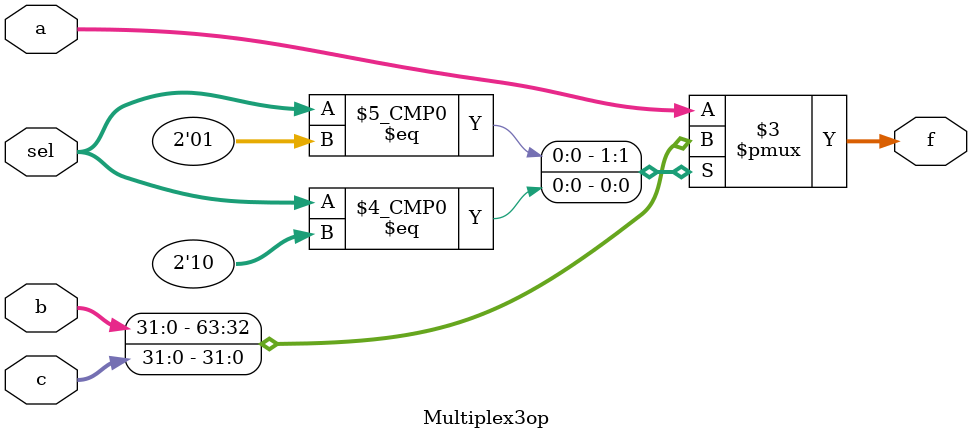
<source format=sv>
module Multiplex3op (output logic [31:0] f,
			input logic [31:0] a,b,c,
			input logic [1:0] sel);
			
			always @ (sel)
			begin
				case(sel)
				2'b00:begin
				f = a;
				end
				2'b01:begin
				f = b;
				end
				2'b10:begin
				f = c;
				end
				default: f = a;
				endcase
			end
endmodule:Multiplex3op
</source>
